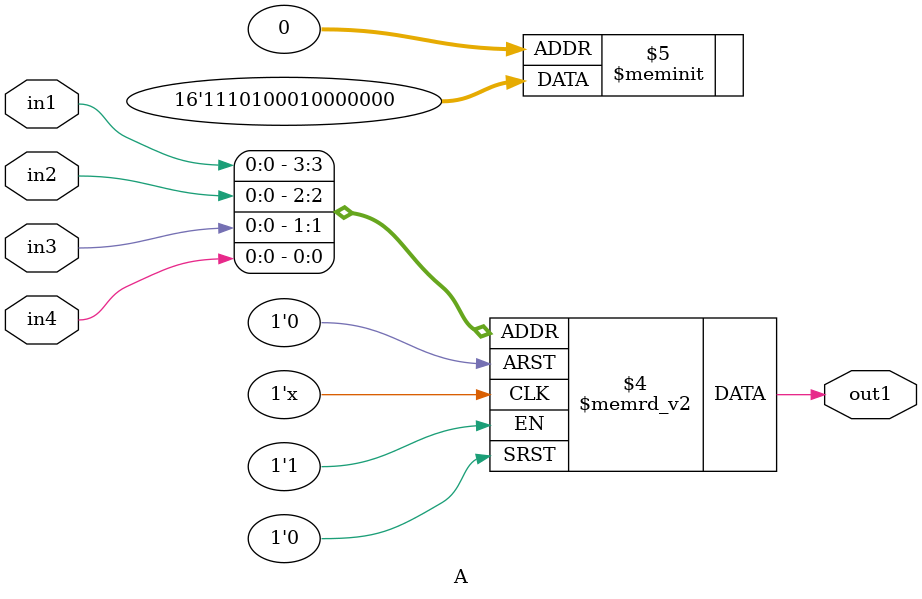
<source format=v>
module A(output out1,  input in1, in2, in3, in4);
  reg r_out;
  assign out = r_out;
  always@(in1,in2,in3,in4)
    begin
      case({in1,in2,in3,in4})
        4'b0000: {out1} = 1'b0;
        4'b0001: {out1} = 1'b0;
        4'b0010: {out1} = 1'b0;
        4'b0011: {out1} = 1'b0;
        4'b0100: {out1} = 1'b0;
        4'b0101: {out1} = 1'b0;
        4'b0110: {out1} = 1'b0;
        4'b0111: {out1} = 1'b1;
        4'b1000: {out1} = 1'b0;
        4'b1001: {out1} = 1'b0;
        4'b1010: {out1} = 1'b0;
        4'b1011: {out1} = 1'b1;
        4'b1100: {out1} = 1'b0;
        4'b1101: {out1} = 1'b1;
        4'b1110: {out1} = 1'b1;
        4'b1111: {out1} = 1'b1;
      endcase
    end
endmodule

</source>
